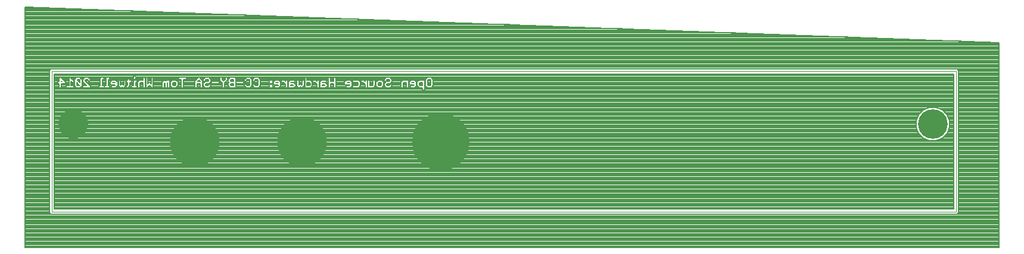
<source format=gbl>
G75*
%MOIN*%
%OFA0B0*%
%FSLAX24Y24*%
%IPPOS*%
%LPD*%
%AMOC8*
5,1,8,0,0,1.08239X$1,22.5*
%
%ADD10C,0.0000*%
%ADD11C,0.1660*%
%ADD12C,0.3195*%
%ADD13C,0.2762*%
%ADD14C,0.0079*%
D10*
X001639Y002139D02*
X001639Y010013D01*
X052230Y010013D01*
X052230Y002139D01*
X001639Y002139D01*
D11*
X002820Y007061D03*
X050931Y007061D03*
D12*
X023389Y006076D03*
D13*
X015649Y006076D03*
X009649Y006076D03*
D14*
X000139Y000139D02*
X000139Y013639D01*
X054639Y011639D01*
X054639Y000139D01*
X000139Y000139D01*
X000139Y000208D02*
X054639Y000208D01*
X054639Y000286D02*
X000139Y000286D01*
X000139Y000363D02*
X054639Y000363D01*
X054639Y000440D02*
X000139Y000440D01*
X000139Y000517D02*
X054639Y000517D01*
X054639Y000595D02*
X000139Y000595D01*
X000139Y000672D02*
X054639Y000672D01*
X054639Y000749D02*
X000139Y000749D01*
X000139Y000826D02*
X054639Y000826D01*
X054639Y000904D02*
X000139Y000904D01*
X000139Y000981D02*
X054639Y000981D01*
X054639Y001058D02*
X000139Y001058D01*
X000139Y001135D02*
X054639Y001135D01*
X054639Y001212D02*
X000139Y001212D01*
X000139Y001290D02*
X054639Y001290D01*
X054639Y001367D02*
X000139Y001367D01*
X000139Y001444D02*
X054639Y001444D01*
X054639Y001521D02*
X000139Y001521D01*
X000139Y001599D02*
X054639Y001599D01*
X054639Y001676D02*
X000139Y001676D01*
X000139Y001753D02*
X054639Y001753D01*
X054639Y001830D02*
X000139Y001830D01*
X000139Y001908D02*
X054639Y001908D01*
X054639Y001985D02*
X000139Y001985D01*
X000139Y002062D02*
X001520Y002062D01*
X001500Y002082D02*
X001582Y002000D01*
X001697Y002000D01*
X052172Y002000D01*
X052288Y002000D01*
X052369Y002082D01*
X052369Y010071D01*
X052288Y010153D01*
X001582Y010153D01*
X001500Y010071D01*
X001500Y002082D01*
X001500Y002139D02*
X000139Y002139D01*
X000139Y002217D02*
X001500Y002217D01*
X001500Y002294D02*
X000139Y002294D01*
X000139Y002371D02*
X001500Y002371D01*
X001500Y002448D02*
X000139Y002448D01*
X000139Y002526D02*
X001500Y002526D01*
X001500Y002603D02*
X000139Y002603D01*
X000139Y002680D02*
X001500Y002680D01*
X001500Y002757D02*
X000139Y002757D01*
X000139Y002835D02*
X001500Y002835D01*
X001500Y002912D02*
X000139Y002912D01*
X000139Y002989D02*
X001500Y002989D01*
X001500Y003066D02*
X000139Y003066D01*
X000139Y003143D02*
X001500Y003143D01*
X001500Y003221D02*
X000139Y003221D01*
X000139Y003298D02*
X001500Y003298D01*
X001500Y003375D02*
X000139Y003375D01*
X000139Y003452D02*
X001500Y003452D01*
X001500Y003530D02*
X000139Y003530D01*
X000139Y003607D02*
X001500Y003607D01*
X001500Y003684D02*
X000139Y003684D01*
X000139Y003761D02*
X001500Y003761D01*
X001500Y003839D02*
X000139Y003839D01*
X000139Y003916D02*
X001500Y003916D01*
X001500Y003993D02*
X000139Y003993D01*
X000139Y004070D02*
X001500Y004070D01*
X001500Y004148D02*
X000139Y004148D01*
X000139Y004225D02*
X001500Y004225D01*
X001500Y004302D02*
X000139Y004302D01*
X000139Y004379D02*
X001500Y004379D01*
X001500Y004457D02*
X000139Y004457D01*
X000139Y004534D02*
X001500Y004534D01*
X001500Y004611D02*
X000139Y004611D01*
X000139Y004688D02*
X001500Y004688D01*
X001500Y004766D02*
X000139Y004766D01*
X000139Y004843D02*
X001500Y004843D01*
X001500Y004920D02*
X000139Y004920D01*
X000139Y004997D02*
X001500Y004997D01*
X001500Y005075D02*
X000139Y005075D01*
X000139Y005152D02*
X001500Y005152D01*
X001500Y005229D02*
X000139Y005229D01*
X000139Y005306D02*
X001500Y005306D01*
X001500Y005383D02*
X000139Y005383D01*
X000139Y005461D02*
X001500Y005461D01*
X001500Y005538D02*
X000139Y005538D01*
X000139Y005615D02*
X001500Y005615D01*
X001500Y005692D02*
X000139Y005692D01*
X000139Y005770D02*
X001500Y005770D01*
X001500Y005847D02*
X000139Y005847D01*
X000139Y005924D02*
X001500Y005924D01*
X001500Y006001D02*
X000139Y006001D01*
X000139Y006079D02*
X001500Y006079D01*
X001500Y006156D02*
X000139Y006156D01*
X000139Y006233D02*
X001500Y006233D01*
X001500Y006310D02*
X000139Y006310D01*
X000139Y006388D02*
X001500Y006388D01*
X001500Y006465D02*
X000139Y006465D01*
X000139Y006542D02*
X001500Y006542D01*
X001500Y006619D02*
X000139Y006619D01*
X000139Y006697D02*
X001500Y006697D01*
X001500Y006774D02*
X000139Y006774D01*
X000139Y006851D02*
X001500Y006851D01*
X001500Y006928D02*
X000139Y006928D01*
X000139Y007006D02*
X001500Y007006D01*
X001500Y007083D02*
X000139Y007083D01*
X000139Y007160D02*
X001500Y007160D01*
X001500Y007237D02*
X000139Y007237D01*
X000139Y007314D02*
X001500Y007314D01*
X001500Y007392D02*
X000139Y007392D01*
X000139Y007469D02*
X001500Y007469D01*
X001500Y007546D02*
X000139Y007546D01*
X000139Y007623D02*
X001500Y007623D01*
X001500Y007701D02*
X000139Y007701D01*
X000139Y007778D02*
X001500Y007778D01*
X001500Y007855D02*
X000139Y007855D01*
X000139Y007932D02*
X001500Y007932D01*
X001500Y008010D02*
X000139Y008010D01*
X000139Y008087D02*
X001500Y008087D01*
X001500Y008164D02*
X000139Y008164D01*
X000139Y008241D02*
X001500Y008241D01*
X001500Y008319D02*
X000139Y008319D01*
X000139Y008396D02*
X001500Y008396D01*
X001500Y008473D02*
X000139Y008473D01*
X000139Y008550D02*
X001500Y008550D01*
X001500Y008628D02*
X000139Y008628D01*
X000139Y008705D02*
X001500Y008705D01*
X001500Y008782D02*
X000139Y008782D01*
X000139Y008859D02*
X001500Y008859D01*
X001500Y008937D02*
X000139Y008937D01*
X000139Y009014D02*
X001500Y009014D01*
X001500Y009091D02*
X000139Y009091D01*
X000139Y009168D02*
X001500Y009168D01*
X001500Y009245D02*
X000139Y009245D01*
X000139Y009323D02*
X001500Y009323D01*
X001500Y009400D02*
X000139Y009400D01*
X000139Y009477D02*
X001500Y009477D01*
X001500Y009554D02*
X000139Y009554D01*
X000139Y009632D02*
X001500Y009632D01*
X001500Y009709D02*
X000139Y009709D01*
X000139Y009786D02*
X001500Y009786D01*
X001500Y009863D02*
X000139Y009863D01*
X000139Y009941D02*
X001500Y009941D01*
X001500Y010018D02*
X000139Y010018D01*
X000139Y010095D02*
X001524Y010095D01*
X001779Y009874D02*
X052091Y009874D01*
X052091Y002279D01*
X001779Y002279D01*
X001779Y009874D01*
X001779Y009863D02*
X052091Y009863D01*
X052091Y009786D02*
X001779Y009786D01*
X001779Y009709D02*
X006191Y009709D01*
X006191Y009716D02*
X006191Y009588D01*
X006229Y009550D01*
X006282Y009550D01*
X006320Y009588D01*
X006320Y009716D01*
X006282Y009754D01*
X006229Y009754D01*
X006191Y009716D01*
X006191Y009632D02*
X004860Y009632D01*
X004860Y009641D02*
X004822Y009679D01*
X004694Y009679D01*
X004656Y009641D01*
X004656Y009229D01*
X004619Y009229D01*
X004581Y009191D01*
X004581Y009138D01*
X004619Y009100D01*
X004822Y009100D01*
X004860Y009138D01*
X004860Y009191D01*
X004822Y009229D01*
X004785Y009229D01*
X004785Y009550D01*
X004822Y009550D01*
X004860Y009588D01*
X004860Y009641D01*
X004826Y009554D02*
X005884Y009554D01*
X005884Y009566D02*
X005884Y009529D01*
X005847Y009529D01*
X005809Y009491D01*
X005809Y009438D01*
X005847Y009400D01*
X005884Y009400D01*
X005781Y009400D01*
X005781Y009477D02*
X005809Y009477D01*
X005781Y009491D02*
X005781Y009266D01*
X005781Y009213D01*
X005706Y009138D01*
X005668Y009100D01*
X005615Y009100D01*
X005566Y009148D01*
X005556Y009138D01*
X005518Y009100D01*
X005465Y009100D01*
X005389Y009175D01*
X005352Y009213D01*
X005352Y009491D01*
X005389Y009529D01*
X005443Y009529D01*
X005480Y009491D01*
X005480Y009266D01*
X005491Y009255D01*
X005540Y009304D01*
X005593Y009304D01*
X005631Y009266D01*
X005641Y009255D01*
X005652Y009266D01*
X005652Y009491D01*
X005690Y009529D01*
X005743Y009529D01*
X005781Y009491D01*
X005884Y009566D02*
X005922Y009604D01*
X005975Y009604D01*
X006013Y009566D01*
X006013Y009529D01*
X006050Y009529D01*
X006088Y009491D01*
X006088Y009438D01*
X006050Y009400D01*
X006013Y009400D01*
X006191Y009400D01*
X006191Y009477D02*
X006088Y009477D01*
X006191Y009491D02*
X006191Y009229D01*
X006153Y009229D01*
X006116Y009191D01*
X006116Y009138D01*
X006153Y009100D01*
X006357Y009100D01*
X006395Y009138D01*
X006395Y009191D01*
X006357Y009229D01*
X006320Y009229D01*
X006320Y009400D01*
X006426Y009400D01*
X006426Y009416D02*
X006426Y009138D01*
X006464Y009100D01*
X006517Y009100D01*
X006555Y009138D01*
X006555Y009363D01*
X006592Y009400D01*
X006689Y009400D01*
X006726Y009363D01*
X006726Y009138D01*
X006764Y009100D01*
X006817Y009100D01*
X006855Y009138D01*
X006855Y009641D01*
X006817Y009679D01*
X006764Y009679D01*
X006726Y009641D01*
X006726Y009529D01*
X006539Y009529D01*
X006464Y009454D01*
X006426Y009416D01*
X006395Y009438D02*
X006395Y009491D01*
X006357Y009529D01*
X006229Y009529D01*
X006191Y009491D01*
X006224Y009554D02*
X006013Y009554D01*
X006013Y009400D02*
X006013Y009213D01*
X005900Y009100D01*
X005847Y009100D01*
X005809Y009138D01*
X005809Y009191D01*
X005884Y009266D01*
X005884Y009400D01*
X005884Y009323D02*
X005781Y009323D01*
X005781Y009245D02*
X005863Y009245D01*
X005809Y009168D02*
X005736Y009168D01*
X005652Y009323D02*
X005480Y009323D01*
X005480Y009400D02*
X005652Y009400D01*
X005652Y009477D02*
X005480Y009477D01*
X005352Y009477D02*
X005259Y009477D01*
X005245Y009491D02*
X005208Y009529D01*
X005004Y009529D01*
X004929Y009454D01*
X004891Y009416D01*
X004891Y009288D01*
X004929Y009250D01*
X005176Y009250D01*
X005154Y009229D01*
X005004Y009229D01*
X004966Y009191D01*
X004966Y009138D01*
X005004Y009100D01*
X005208Y009100D01*
X005283Y009175D01*
X005320Y009213D01*
X005320Y009416D01*
X005245Y009491D01*
X005320Y009400D02*
X005352Y009400D01*
X005352Y009323D02*
X005320Y009323D01*
X005320Y009245D02*
X005352Y009245D01*
X005396Y009168D02*
X005276Y009168D01*
X005171Y009245D02*
X004785Y009245D01*
X004785Y009323D02*
X004891Y009323D01*
X004891Y009400D02*
X004785Y009400D01*
X004785Y009477D02*
X004952Y009477D01*
X005036Y009379D02*
X005057Y009400D01*
X005155Y009400D01*
X005154Y009400D02*
X005176Y009379D01*
X005036Y009379D01*
X005057Y009400D02*
X005154Y009400D01*
X004656Y009400D02*
X004478Y009400D01*
X004478Y009477D02*
X004656Y009477D01*
X004656Y009554D02*
X004519Y009554D01*
X004515Y009550D02*
X004478Y009550D01*
X004478Y009229D01*
X004515Y009229D01*
X004553Y009191D01*
X004553Y009138D01*
X004515Y009100D01*
X004312Y009100D01*
X004274Y009138D01*
X004274Y009191D01*
X004312Y009229D01*
X004349Y009229D01*
X004349Y009641D01*
X004387Y009679D01*
X004515Y009679D01*
X004553Y009641D01*
X004553Y009588D01*
X004515Y009550D01*
X004553Y009632D02*
X004656Y009632D01*
X004349Y009632D02*
X003720Y009632D01*
X003673Y009679D02*
X003786Y009566D01*
X003786Y009513D01*
X003748Y009475D01*
X003695Y009475D01*
X003620Y009550D01*
X003523Y009550D01*
X003485Y009513D01*
X003485Y009491D01*
X003786Y009191D01*
X003786Y009138D01*
X003748Y009100D01*
X003394Y009100D01*
X003357Y009138D01*
X003357Y009191D01*
X003394Y009229D01*
X003566Y009229D01*
X003394Y009400D01*
X003357Y009438D01*
X003357Y009566D01*
X003432Y009641D01*
X003469Y009679D01*
X003673Y009679D01*
X003786Y009554D02*
X004349Y009554D01*
X004349Y009477D02*
X003750Y009477D01*
X003693Y009477D02*
X003500Y009477D01*
X003577Y009400D02*
X004349Y009400D01*
X004349Y009323D02*
X003654Y009323D01*
X003731Y009245D02*
X004349Y009245D01*
X004274Y009168D02*
X003786Y009168D01*
X003549Y009245D02*
X003325Y009245D01*
X003325Y009266D02*
X003325Y009513D01*
X003325Y009566D01*
X003250Y009641D01*
X003213Y009679D01*
X003009Y009679D01*
X002934Y009604D01*
X002896Y009566D01*
X002896Y009213D01*
X002971Y009138D01*
X003009Y009100D01*
X003213Y009100D01*
X003288Y009175D01*
X003325Y009213D01*
X003325Y009266D01*
X003325Y009323D02*
X003472Y009323D01*
X003395Y009400D02*
X003325Y009400D01*
X003325Y009477D02*
X003357Y009477D01*
X003357Y009554D02*
X003325Y009554D01*
X003260Y009632D02*
X003422Y009632D01*
X003197Y009513D02*
X003197Y009395D01*
X003052Y009540D01*
X003062Y009550D01*
X003159Y009550D01*
X003197Y009513D01*
X003197Y009477D02*
X003114Y009477D01*
X003191Y009400D02*
X003197Y009400D01*
X003087Y009323D02*
X003025Y009323D01*
X003025Y009266D02*
X003062Y009229D01*
X003159Y009229D01*
X003170Y009239D01*
X003025Y009384D01*
X003025Y009266D01*
X003046Y009245D02*
X003164Y009245D01*
X003281Y009168D02*
X003357Y009168D01*
X002941Y009168D02*
X002865Y009168D01*
X002865Y009191D02*
X002827Y009229D01*
X002715Y009229D01*
X002715Y009459D01*
X002774Y009400D01*
X002827Y009400D01*
X002865Y009438D01*
X002865Y009491D01*
X002715Y009641D01*
X002677Y009679D01*
X002624Y009679D01*
X002586Y009641D01*
X002586Y009229D01*
X002474Y009229D01*
X002436Y009191D01*
X002436Y009138D01*
X002474Y009100D01*
X002827Y009100D01*
X002865Y009138D01*
X002865Y009191D01*
X002896Y009245D02*
X002715Y009245D01*
X002715Y009323D02*
X002896Y009323D01*
X002896Y009400D02*
X002715Y009400D01*
X002586Y009400D02*
X002405Y009400D01*
X002405Y009416D02*
X002367Y009454D01*
X002142Y009679D01*
X002088Y009679D01*
X002051Y009641D01*
X002051Y009454D01*
X002013Y009454D01*
X001976Y009416D01*
X001976Y009363D01*
X002013Y009325D01*
X002051Y009325D01*
X002051Y009138D01*
X002088Y009100D01*
X002142Y009100D01*
X002179Y009138D01*
X002179Y009325D01*
X002367Y009325D01*
X002405Y009363D01*
X002405Y009416D01*
X002344Y009477D02*
X002586Y009477D01*
X002586Y009554D02*
X002266Y009554D01*
X002189Y009632D02*
X002586Y009632D01*
X002725Y009632D02*
X002962Y009632D01*
X002896Y009554D02*
X002802Y009554D01*
X002865Y009477D02*
X002896Y009477D01*
X002586Y009323D02*
X002179Y009323D01*
X002179Y009245D02*
X002586Y009245D01*
X002436Y009168D02*
X002179Y009168D01*
X002051Y009168D02*
X001779Y009168D01*
X001779Y009091D02*
X022380Y009091D01*
X022380Y009100D02*
X022380Y008988D01*
X022417Y008950D01*
X022471Y008950D01*
X022508Y008988D01*
X022508Y009491D01*
X022471Y009529D01*
X022192Y009529D01*
X022117Y009454D01*
X022079Y009416D01*
X022079Y009213D01*
X022154Y009138D01*
X022192Y009100D01*
X022380Y009100D01*
X022380Y009014D02*
X001779Y009014D01*
X001779Y008937D02*
X052091Y008937D01*
X052091Y009014D02*
X022508Y009014D01*
X022508Y009091D02*
X052091Y009091D01*
X052091Y009168D02*
X022924Y009168D01*
X022894Y009138D02*
X022969Y009213D01*
X022969Y009566D01*
X022931Y009604D01*
X022856Y009679D01*
X022653Y009679D01*
X022540Y009566D01*
X022540Y009513D01*
X022540Y009213D01*
X022577Y009175D01*
X022653Y009100D01*
X022856Y009100D01*
X022894Y009138D01*
X022803Y009229D02*
X022706Y009229D01*
X022668Y009266D01*
X022668Y009513D01*
X022706Y009550D01*
X022803Y009550D01*
X022840Y009513D01*
X022840Y009266D01*
X022803Y009229D01*
X022819Y009245D02*
X022689Y009245D01*
X022668Y009323D02*
X022840Y009323D01*
X022840Y009400D02*
X022668Y009400D01*
X022668Y009477D02*
X022840Y009477D01*
X022969Y009477D02*
X052091Y009477D01*
X052091Y009400D02*
X022969Y009400D01*
X022969Y009323D02*
X052091Y009323D01*
X052091Y009245D02*
X022969Y009245D01*
X022584Y009168D02*
X022508Y009168D01*
X022508Y009245D02*
X022540Y009245D01*
X022540Y009323D02*
X022508Y009323D01*
X022508Y009400D02*
X022540Y009400D01*
X022540Y009477D02*
X022508Y009477D01*
X022540Y009554D02*
X020667Y009554D01*
X020667Y009566D02*
X020629Y009604D01*
X020554Y009679D01*
X020351Y009679D01*
X020313Y009641D01*
X020238Y009566D01*
X020238Y009513D01*
X020275Y009475D01*
X020329Y009475D01*
X020404Y009550D01*
X020501Y009550D01*
X020538Y009513D01*
X020538Y009491D01*
X020501Y009454D01*
X020351Y009454D01*
X020238Y009341D01*
X020238Y009213D01*
X020313Y009138D01*
X020313Y009138D01*
X020351Y009100D01*
X020554Y009100D01*
X020667Y009213D01*
X020667Y009266D01*
X020629Y009304D01*
X020576Y009304D01*
X020501Y009229D01*
X020404Y009229D01*
X020367Y009266D01*
X020367Y009288D01*
X020404Y009325D01*
X020554Y009325D01*
X020592Y009363D01*
X020667Y009438D01*
X020667Y009566D01*
X020667Y009477D02*
X021220Y009477D01*
X021196Y009454D02*
X021159Y009416D01*
X021159Y009138D01*
X021196Y009100D01*
X021250Y009100D01*
X021287Y009138D01*
X021287Y009363D01*
X021325Y009400D01*
X021459Y009400D01*
X021324Y009400D01*
X021287Y009323D02*
X021459Y009323D01*
X021459Y009400D02*
X021459Y009138D01*
X021497Y009100D01*
X021550Y009100D01*
X021588Y009138D01*
X021588Y009491D01*
X021550Y009529D01*
X021271Y009529D01*
X021196Y009454D01*
X021159Y009400D02*
X020629Y009400D01*
X020524Y009477D02*
X020331Y009477D01*
X020274Y009477D02*
X020145Y009477D01*
X020169Y009454D02*
X020094Y009529D01*
X019890Y009529D01*
X019852Y009491D01*
X019777Y009416D01*
X019777Y009213D01*
X019815Y009175D01*
X019890Y009100D01*
X020094Y009100D01*
X020206Y009213D01*
X020206Y009266D01*
X020206Y009416D01*
X020169Y009454D01*
X020206Y009400D02*
X020297Y009400D01*
X020238Y009323D02*
X020206Y009323D01*
X020206Y009245D02*
X020238Y009245D01*
X020282Y009168D02*
X020162Y009168D01*
X020078Y009266D02*
X020040Y009229D01*
X019943Y009229D01*
X019906Y009266D01*
X019906Y009363D01*
X019943Y009400D01*
X020041Y009400D01*
X020040Y009400D02*
X020078Y009363D01*
X020078Y009266D01*
X020057Y009245D02*
X019927Y009245D01*
X019906Y009323D02*
X020078Y009323D01*
X020040Y009400D02*
X019943Y009400D01*
X019838Y009477D02*
X019746Y009477D01*
X019746Y009491D02*
X019746Y009266D01*
X019746Y009213D01*
X019671Y009138D01*
X019633Y009100D01*
X019355Y009100D01*
X019317Y009138D01*
X019317Y009491D01*
X019355Y009529D01*
X019408Y009529D01*
X019446Y009491D01*
X019446Y009229D01*
X019580Y009229D01*
X019617Y009266D01*
X019617Y009491D01*
X019655Y009529D01*
X019708Y009529D01*
X019746Y009491D01*
X019746Y009400D02*
X019777Y009400D01*
X019777Y009323D02*
X019746Y009323D01*
X019746Y009245D02*
X019777Y009245D01*
X019822Y009168D02*
X019701Y009168D01*
X019597Y009245D02*
X019446Y009245D01*
X019446Y009323D02*
X019617Y009323D01*
X019617Y009400D02*
X019446Y009400D01*
X019446Y009477D02*
X019617Y009477D01*
X019317Y009477D02*
X019286Y009477D01*
X019286Y009491D02*
X019248Y009529D01*
X019195Y009529D01*
X019157Y009491D01*
X019157Y009470D01*
X019135Y009491D01*
X019098Y009529D01*
X018969Y009529D01*
X018932Y009491D01*
X018932Y009438D01*
X018969Y009400D01*
X019044Y009400D01*
X019157Y009288D01*
X019157Y009138D01*
X019195Y009100D01*
X019248Y009100D01*
X019286Y009138D01*
X019286Y009491D01*
X019286Y009400D02*
X019317Y009400D01*
X019317Y009323D02*
X019286Y009323D01*
X019286Y009245D02*
X019317Y009245D01*
X019317Y009168D02*
X019286Y009168D01*
X019157Y009168D02*
X018857Y009168D01*
X018827Y009138D02*
X018902Y009213D01*
X018902Y009416D01*
X018864Y009454D01*
X018789Y009529D01*
X018736Y009529D01*
X018511Y009529D01*
X018473Y009491D01*
X018473Y009438D01*
X018511Y009400D01*
X018736Y009400D01*
X018442Y009400D01*
X018442Y009416D02*
X018366Y009491D01*
X018329Y009529D01*
X018125Y009529D01*
X018050Y009454D01*
X018013Y009416D01*
X018013Y009288D01*
X018050Y009250D01*
X018297Y009250D01*
X018275Y009229D01*
X018125Y009229D01*
X018088Y009191D01*
X018088Y009138D01*
X018125Y009100D01*
X018329Y009100D01*
X018404Y009175D01*
X018442Y009213D01*
X018442Y009416D01*
X018473Y009477D02*
X018381Y009477D01*
X018297Y009379D02*
X018157Y009379D01*
X018179Y009400D01*
X018275Y009400D01*
X018297Y009379D01*
X018276Y009400D02*
X018178Y009400D01*
X018074Y009477D02*
X017521Y009477D01*
X017521Y009400D02*
X018013Y009400D01*
X018013Y009323D02*
X017521Y009323D01*
X017521Y009245D02*
X018292Y009245D01*
X018397Y009168D02*
X018473Y009168D01*
X018473Y009191D02*
X018473Y009138D01*
X018511Y009100D01*
X018789Y009100D01*
X018827Y009138D01*
X018736Y009229D02*
X018511Y009229D01*
X018473Y009191D01*
X018442Y009245D02*
X018753Y009245D01*
X018736Y009229D02*
X018773Y009266D01*
X018773Y009363D01*
X018736Y009400D01*
X018773Y009323D02*
X018442Y009323D01*
X018088Y009168D02*
X017521Y009168D01*
X017521Y009138D02*
X017521Y009641D01*
X017483Y009679D01*
X017430Y009679D01*
X017392Y009641D01*
X017392Y009454D01*
X017221Y009454D01*
X017221Y009641D01*
X017183Y009679D01*
X017129Y009679D01*
X017092Y009641D01*
X017092Y009138D01*
X017129Y009100D01*
X017183Y009100D01*
X017221Y009138D01*
X017221Y009325D01*
X017392Y009325D01*
X017392Y009138D01*
X017430Y009100D01*
X017483Y009100D01*
X017521Y009138D01*
X017392Y009168D02*
X017221Y009168D01*
X017221Y009245D02*
X017392Y009245D01*
X017392Y009323D02*
X017221Y009323D01*
X017092Y009323D02*
X017004Y009323D01*
X016985Y009341D02*
X016948Y009379D01*
X016776Y009379D01*
X016797Y009400D01*
X017092Y009400D01*
X017092Y009477D02*
X016985Y009477D01*
X016985Y009491D02*
X016948Y009529D01*
X016744Y009529D01*
X016706Y009491D01*
X016669Y009454D01*
X016631Y009416D01*
X016631Y009138D01*
X016669Y009100D01*
X016948Y009100D01*
X017023Y009175D01*
X017060Y009213D01*
X017060Y009266D01*
X016985Y009341D01*
X016948Y009400D02*
X016797Y009400D01*
X016706Y009491D02*
X016706Y009491D01*
X016692Y009477D02*
X016600Y009477D01*
X016600Y009491D02*
X016562Y009529D01*
X016509Y009529D01*
X016471Y009491D01*
X016471Y009470D01*
X016450Y009491D01*
X016412Y009529D01*
X016284Y009529D01*
X016246Y009491D01*
X016246Y009438D01*
X016284Y009400D01*
X016359Y009400D01*
X016216Y009400D01*
X016216Y009416D02*
X016141Y009491D01*
X016104Y009529D01*
X015916Y009529D01*
X015916Y009641D01*
X015878Y009679D01*
X015825Y009679D01*
X015787Y009641D01*
X015787Y009138D01*
X015825Y009100D01*
X016104Y009100D01*
X016179Y009175D01*
X016216Y009213D01*
X016216Y009416D01*
X016246Y009477D02*
X016155Y009477D01*
X016051Y009400D02*
X015916Y009400D01*
X016050Y009400D01*
X016088Y009363D01*
X016088Y009266D01*
X016050Y009229D01*
X015916Y009229D01*
X015916Y009400D01*
X015916Y009323D02*
X016088Y009323D01*
X016067Y009245D02*
X015916Y009245D01*
X015787Y009245D02*
X015756Y009245D01*
X015756Y009266D02*
X015756Y009491D01*
X015718Y009529D01*
X015665Y009529D01*
X015627Y009491D01*
X015627Y009266D01*
X015616Y009255D01*
X015606Y009266D01*
X015568Y009304D01*
X015515Y009304D01*
X015466Y009255D01*
X015456Y009266D01*
X015456Y009491D01*
X015418Y009529D01*
X015365Y009529D01*
X015327Y009491D01*
X015327Y009213D01*
X015365Y009175D01*
X015440Y009100D01*
X015493Y009100D01*
X015531Y009138D01*
X015541Y009148D01*
X015590Y009100D01*
X015643Y009100D01*
X015681Y009138D01*
X015756Y009213D01*
X015756Y009266D01*
X015756Y009323D02*
X015787Y009323D01*
X015787Y009400D02*
X015756Y009400D01*
X015756Y009477D02*
X015787Y009477D01*
X015787Y009554D02*
X013300Y009554D01*
X013300Y009566D02*
X013263Y009604D01*
X013188Y009679D01*
X012984Y009679D01*
X012947Y009641D01*
X012872Y009566D01*
X012872Y009513D01*
X012909Y009475D01*
X012963Y009475D01*
X013038Y009550D01*
X013134Y009550D01*
X013172Y009513D01*
X013172Y009266D01*
X013134Y009229D01*
X013038Y009229D01*
X012963Y009304D01*
X012909Y009304D01*
X012872Y009266D01*
X012872Y009213D01*
X012984Y009100D01*
X013188Y009100D01*
X013225Y009138D01*
X013300Y009213D01*
X013300Y009566D01*
X013300Y009477D02*
X013787Y009477D01*
X013787Y009491D02*
X013787Y009363D01*
X013825Y009325D01*
X013953Y009325D01*
X013991Y009363D01*
X013991Y009491D01*
X013953Y009529D01*
X013900Y009529D01*
X013878Y009529D01*
X013825Y009529D01*
X013787Y009491D01*
X013787Y009400D02*
X013300Y009400D01*
X013300Y009323D02*
X014022Y009323D01*
X014022Y009288D02*
X014060Y009250D01*
X014307Y009250D01*
X014285Y009229D01*
X014135Y009229D01*
X014098Y009191D01*
X014098Y009138D01*
X014135Y009100D01*
X014339Y009100D01*
X014414Y009175D01*
X014451Y009213D01*
X014451Y009416D01*
X014376Y009491D01*
X014339Y009529D01*
X014135Y009529D01*
X014098Y009491D01*
X014060Y009454D01*
X014022Y009416D01*
X014022Y009288D01*
X013991Y009266D02*
X013953Y009304D01*
X013900Y009304D01*
X013878Y009304D01*
X013825Y009304D01*
X013787Y009266D01*
X013787Y009138D01*
X013825Y009100D01*
X013953Y009100D01*
X013991Y009138D01*
X013991Y009266D01*
X013991Y009245D02*
X014302Y009245D01*
X014407Y009168D02*
X014706Y009168D01*
X014706Y009138D02*
X014744Y009100D01*
X014797Y009100D01*
X014835Y009138D01*
X014835Y009491D01*
X014797Y009529D01*
X014744Y009529D01*
X014706Y009491D01*
X014706Y009470D01*
X014685Y009491D01*
X014647Y009529D01*
X014519Y009529D01*
X014481Y009491D01*
X014481Y009438D01*
X014519Y009400D01*
X014594Y009400D01*
X014706Y009288D01*
X014706Y009138D01*
X014706Y009245D02*
X014451Y009245D01*
X014451Y009323D02*
X014672Y009323D01*
X014594Y009400D02*
X014451Y009400D01*
X014481Y009477D02*
X014390Y009477D01*
X014307Y009379D02*
X014167Y009379D01*
X014189Y009400D01*
X014285Y009400D01*
X014307Y009379D01*
X014286Y009400D02*
X014188Y009400D01*
X014098Y009491D02*
X014098Y009491D01*
X014083Y009477D02*
X013991Y009477D01*
X014060Y009454D02*
X014060Y009454D01*
X014022Y009400D02*
X013991Y009400D01*
X013787Y009245D02*
X013300Y009245D01*
X013256Y009168D02*
X013787Y009168D01*
X013991Y009168D02*
X014098Y009168D01*
X013172Y009323D02*
X012840Y009323D01*
X012840Y009400D02*
X013172Y009400D01*
X013172Y009477D02*
X012964Y009477D01*
X012907Y009477D02*
X012840Y009477D01*
X012840Y009554D02*
X012872Y009554D01*
X012840Y009566D02*
X012802Y009604D01*
X012727Y009679D01*
X012524Y009679D01*
X012486Y009641D01*
X012411Y009566D01*
X012411Y009513D01*
X012449Y009475D01*
X012502Y009475D01*
X012577Y009550D01*
X012674Y009550D01*
X012711Y009513D01*
X012711Y009266D01*
X012674Y009229D01*
X012577Y009229D01*
X012502Y009304D01*
X012449Y009304D01*
X012411Y009266D01*
X012411Y009213D01*
X012524Y009100D01*
X012727Y009100D01*
X012765Y009138D01*
X012840Y009213D01*
X012840Y009566D01*
X012775Y009632D02*
X012937Y009632D01*
X012711Y009477D02*
X012504Y009477D01*
X012447Y009477D02*
X011919Y009477D01*
X011919Y009416D02*
X011919Y009588D01*
X011919Y009641D01*
X011882Y009679D01*
X011603Y009679D01*
X011528Y009604D01*
X011490Y009566D01*
X011490Y009438D01*
X011539Y009390D01*
X011528Y009379D01*
X011490Y009341D01*
X011490Y009213D01*
X011565Y009138D01*
X011603Y009100D01*
X011882Y009100D01*
X011919Y009138D01*
X011919Y009416D01*
X011919Y009400D02*
X011951Y009400D01*
X011951Y009416D02*
X011951Y009363D01*
X011988Y009325D01*
X012342Y009325D01*
X012380Y009363D01*
X012380Y009416D01*
X012342Y009454D01*
X011988Y009454D01*
X011951Y009416D01*
X011919Y009323D02*
X012711Y009323D01*
X012711Y009400D02*
X012380Y009400D01*
X012411Y009554D02*
X011919Y009554D01*
X011919Y009632D02*
X012476Y009632D01*
X011791Y009550D02*
X011791Y009454D01*
X011656Y009454D01*
X011619Y009491D01*
X011619Y009513D01*
X011656Y009550D01*
X011791Y009550D01*
X011791Y009477D02*
X011633Y009477D01*
X011528Y009400D02*
X011346Y009400D01*
X011309Y009363D02*
X011459Y009513D01*
X011459Y009566D01*
X011459Y009641D01*
X011421Y009679D01*
X011368Y009679D01*
X011330Y009641D01*
X011330Y009566D01*
X011244Y009481D01*
X011159Y009566D01*
X011159Y009641D01*
X011121Y009679D01*
X011068Y009679D01*
X011030Y009641D01*
X011030Y009513D01*
X011068Y009475D01*
X011180Y009363D01*
X011180Y009138D01*
X011218Y009100D01*
X011271Y009100D01*
X011309Y009138D01*
X011309Y009363D01*
X011309Y009323D02*
X011490Y009323D01*
X011490Y009245D02*
X011309Y009245D01*
X011309Y009168D02*
X011535Y009168D01*
X011619Y009266D02*
X011656Y009229D01*
X011791Y009229D01*
X011791Y009325D01*
X011656Y009325D01*
X011619Y009288D01*
X011619Y009266D01*
X011640Y009245D02*
X011791Y009245D01*
X011791Y009323D02*
X011654Y009323D01*
X011490Y009477D02*
X011423Y009477D01*
X011459Y009554D02*
X011490Y009554D01*
X011459Y009632D02*
X011556Y009632D01*
X011330Y009632D02*
X011159Y009632D01*
X011171Y009554D02*
X011318Y009554D01*
X011143Y009400D02*
X010999Y009400D01*
X010999Y009416D02*
X010961Y009454D01*
X010607Y009454D01*
X010570Y009416D01*
X010570Y009363D01*
X010607Y009325D01*
X010961Y009325D01*
X010999Y009363D01*
X010999Y009416D01*
X011066Y009477D02*
X010538Y009477D01*
X010538Y009438D02*
X010538Y009566D01*
X010500Y009604D01*
X010425Y009679D01*
X010222Y009679D01*
X010184Y009641D01*
X010109Y009566D01*
X010109Y009513D01*
X010147Y009475D01*
X010200Y009475D01*
X010275Y009550D01*
X010372Y009550D01*
X010409Y009513D01*
X010409Y009491D01*
X010372Y009454D01*
X010222Y009454D01*
X010147Y009379D01*
X010109Y009341D01*
X010109Y009213D01*
X010184Y009138D01*
X010222Y009100D01*
X010425Y009100D01*
X010538Y009213D01*
X010538Y009266D01*
X010500Y009304D01*
X010447Y009304D01*
X010372Y009229D01*
X010275Y009229D01*
X010238Y009266D01*
X010238Y009288D01*
X010275Y009325D01*
X010425Y009325D01*
X010463Y009363D01*
X010538Y009438D01*
X010570Y009400D02*
X010500Y009400D01*
X010395Y009477D02*
X010202Y009477D01*
X010145Y009477D02*
X010078Y009477D01*
X010078Y009491D02*
X009928Y009641D01*
X009890Y009679D01*
X009837Y009679D01*
X009686Y009529D01*
X009649Y009491D01*
X009649Y009138D01*
X009686Y009100D01*
X009740Y009100D01*
X009777Y009138D01*
X009777Y009325D01*
X009949Y009325D01*
X009949Y009138D01*
X009987Y009100D01*
X010040Y009100D01*
X010078Y009138D01*
X010078Y009491D01*
X010109Y009554D02*
X010015Y009554D01*
X009937Y009632D02*
X010174Y009632D01*
X010168Y009400D02*
X010078Y009400D01*
X010078Y009323D02*
X010109Y009323D01*
X010109Y009245D02*
X010078Y009245D01*
X010078Y009168D02*
X010154Y009168D01*
X010258Y009245D02*
X010389Y009245D01*
X010494Y009168D02*
X011180Y009168D01*
X011180Y009245D02*
X010538Y009245D01*
X010273Y009323D02*
X011180Y009323D01*
X011919Y009245D02*
X012411Y009245D01*
X012456Y009168D02*
X011919Y009168D01*
X012560Y009245D02*
X012691Y009245D01*
X012796Y009168D02*
X012916Y009168D01*
X012872Y009245D02*
X012840Y009245D01*
X013021Y009245D02*
X013151Y009245D01*
X013235Y009632D02*
X015787Y009632D01*
X015916Y009632D02*
X017092Y009632D01*
X017092Y009554D02*
X015916Y009554D01*
X015627Y009477D02*
X015456Y009477D01*
X015456Y009400D02*
X015627Y009400D01*
X015627Y009323D02*
X015456Y009323D01*
X015327Y009323D02*
X015239Y009323D01*
X015220Y009341D02*
X015183Y009379D01*
X015011Y009379D01*
X015033Y009400D01*
X015183Y009400D01*
X015220Y009438D01*
X015220Y009491D01*
X015183Y009529D01*
X014979Y009529D01*
X014904Y009454D01*
X014867Y009416D01*
X014867Y009138D01*
X014904Y009100D01*
X015183Y009100D01*
X015258Y009175D01*
X015296Y009213D01*
X015296Y009266D01*
X015220Y009341D01*
X015296Y009245D02*
X015327Y009245D01*
X015371Y009168D02*
X015251Y009168D01*
X015140Y009239D02*
X015129Y009229D01*
X014995Y009229D01*
X014995Y009250D01*
X015129Y009250D01*
X015140Y009239D01*
X015134Y009245D02*
X014995Y009245D01*
X014867Y009245D02*
X014835Y009245D01*
X014835Y009168D02*
X014867Y009168D01*
X014867Y009323D02*
X014835Y009323D01*
X014835Y009400D02*
X014867Y009400D01*
X014835Y009477D02*
X014928Y009477D01*
X015032Y009400D02*
X015327Y009400D01*
X015327Y009477D02*
X015220Y009477D01*
X014706Y009477D02*
X014699Y009477D01*
X015711Y009168D02*
X015787Y009168D01*
X016172Y009168D02*
X016471Y009168D01*
X016471Y009138D02*
X016509Y009100D01*
X016562Y009100D01*
X016600Y009138D01*
X016600Y009491D01*
X016669Y009454D02*
X016669Y009454D01*
X016631Y009400D02*
X016600Y009400D01*
X016600Y009323D02*
X016631Y009323D01*
X016631Y009245D02*
X016600Y009245D01*
X016600Y009168D02*
X016631Y009168D01*
X016760Y009229D02*
X016760Y009250D01*
X016894Y009250D01*
X016905Y009239D01*
X016894Y009229D01*
X016760Y009229D01*
X016760Y009245D02*
X016899Y009245D01*
X017016Y009168D02*
X017092Y009168D01*
X017092Y009245D02*
X017060Y009245D01*
X016948Y009400D02*
X016985Y009438D01*
X016985Y009491D01*
X017221Y009477D02*
X017392Y009477D01*
X017392Y009554D02*
X017221Y009554D01*
X017221Y009632D02*
X017392Y009632D01*
X017521Y009632D02*
X020303Y009632D01*
X020238Y009554D02*
X017521Y009554D01*
X016471Y009477D02*
X016464Y009477D01*
X016359Y009400D02*
X016471Y009288D01*
X016471Y009138D01*
X016471Y009245D02*
X016216Y009245D01*
X016216Y009323D02*
X016436Y009323D01*
X018841Y009477D02*
X018932Y009477D01*
X018902Y009400D02*
X019045Y009400D01*
X019122Y009323D02*
X018902Y009323D01*
X018902Y009245D02*
X019157Y009245D01*
X019150Y009477D02*
X019157Y009477D01*
X020387Y009245D02*
X020517Y009245D01*
X020622Y009168D02*
X021159Y009168D01*
X021159Y009245D02*
X020667Y009245D01*
X020401Y009323D02*
X021159Y009323D01*
X021287Y009245D02*
X021459Y009245D01*
X021459Y009168D02*
X021287Y009168D01*
X021588Y009168D02*
X021694Y009168D01*
X021694Y009191D02*
X021694Y009138D01*
X021732Y009100D01*
X021935Y009100D01*
X022010Y009175D01*
X022048Y009213D01*
X022048Y009416D01*
X021973Y009491D01*
X021935Y009529D01*
X021732Y009529D01*
X021657Y009454D01*
X021619Y009416D01*
X021619Y009288D01*
X021657Y009250D01*
X021903Y009250D01*
X021882Y009229D01*
X021732Y009229D01*
X021694Y009191D01*
X021588Y009245D02*
X021899Y009245D01*
X022003Y009168D02*
X022124Y009168D01*
X022079Y009245D02*
X022048Y009245D01*
X022048Y009323D02*
X022079Y009323D01*
X022079Y009400D02*
X022048Y009400D01*
X021987Y009477D02*
X022140Y009477D01*
X022245Y009400D02*
X022380Y009400D01*
X022380Y009229D01*
X022245Y009229D01*
X022208Y009266D01*
X022208Y009363D01*
X022245Y009400D01*
X022380Y009400D01*
X022380Y009323D02*
X022208Y009323D01*
X022229Y009245D02*
X022380Y009245D01*
X021903Y009379D02*
X021764Y009379D01*
X021785Y009400D01*
X021882Y009400D01*
X021903Y009379D01*
X021882Y009400D02*
X021785Y009400D01*
X021680Y009477D02*
X021588Y009477D01*
X021588Y009400D02*
X021619Y009400D01*
X021619Y009323D02*
X021588Y009323D01*
X020601Y009632D02*
X022605Y009632D01*
X022903Y009632D02*
X052091Y009632D01*
X052091Y009709D02*
X006320Y009709D01*
X006320Y009632D02*
X006726Y009632D01*
X006726Y009554D02*
X006286Y009554D01*
X006395Y009477D02*
X006487Y009477D01*
X006395Y009438D02*
X006357Y009400D01*
X006320Y009400D01*
X006320Y009323D02*
X006426Y009323D01*
X006426Y009245D02*
X006320Y009245D01*
X006395Y009168D02*
X006426Y009168D01*
X006555Y009168D02*
X006726Y009168D01*
X006726Y009245D02*
X006555Y009245D01*
X006555Y009323D02*
X006726Y009323D01*
X006689Y009400D02*
X006592Y009400D01*
X006855Y009400D02*
X006886Y009400D01*
X006886Y009477D02*
X006855Y009477D01*
X006855Y009554D02*
X006886Y009554D01*
X006886Y009632D02*
X006855Y009632D01*
X006886Y009641D02*
X006886Y009138D01*
X006924Y009100D01*
X006977Y009100D01*
X007015Y009138D01*
X007101Y009223D01*
X007224Y009100D01*
X007278Y009100D01*
X007315Y009138D01*
X007315Y009191D01*
X007315Y009641D01*
X007278Y009679D01*
X007224Y009679D01*
X007187Y009641D01*
X007187Y009320D01*
X007165Y009341D01*
X007128Y009379D01*
X007074Y009379D01*
X007015Y009320D01*
X007015Y009641D01*
X006977Y009679D01*
X006924Y009679D01*
X006886Y009641D01*
X007015Y009632D02*
X007187Y009632D01*
X007187Y009554D02*
X007015Y009554D01*
X007015Y009477D02*
X007187Y009477D01*
X007187Y009400D02*
X007015Y009400D01*
X007015Y009323D02*
X007018Y009323D01*
X006886Y009323D02*
X006855Y009323D01*
X006855Y009245D02*
X006886Y009245D01*
X006886Y009168D02*
X006855Y009168D01*
X007046Y009168D02*
X007156Y009168D01*
X007184Y009323D02*
X007187Y009323D01*
X007315Y009323D02*
X007807Y009323D01*
X007807Y009400D02*
X007315Y009400D01*
X007315Y009477D02*
X007868Y009477D01*
X007845Y009454D02*
X007845Y009454D01*
X007920Y009529D01*
X007973Y009529D01*
X008011Y009491D01*
X008011Y009491D01*
X008022Y009481D01*
X008070Y009529D01*
X008198Y009529D01*
X008236Y009491D01*
X008236Y009138D01*
X008198Y009100D01*
X008145Y009100D01*
X008107Y009138D01*
X008107Y009384D01*
X008086Y009363D01*
X008086Y009138D01*
X008048Y009100D01*
X007995Y009100D01*
X007957Y009138D01*
X007957Y009363D01*
X007947Y009374D01*
X007936Y009363D01*
X007936Y009138D01*
X007898Y009100D01*
X007845Y009100D01*
X007807Y009138D01*
X007807Y009416D01*
X007845Y009454D01*
X007936Y009323D02*
X007957Y009323D01*
X007957Y009245D02*
X007936Y009245D01*
X007936Y009168D02*
X007957Y009168D01*
X008086Y009168D02*
X008107Y009168D01*
X008107Y009245D02*
X008086Y009245D01*
X008086Y009323D02*
X008107Y009323D01*
X008236Y009323D02*
X008268Y009323D01*
X008268Y009400D02*
X008236Y009400D01*
X008268Y009416D02*
X008268Y009213D01*
X008305Y009175D01*
X008380Y009100D01*
X008584Y009100D01*
X008697Y009213D01*
X008697Y009266D01*
X008697Y009416D01*
X008659Y009454D01*
X008584Y009529D01*
X008380Y009529D01*
X008343Y009491D01*
X008268Y009416D01*
X008236Y009477D02*
X008329Y009477D01*
X008433Y009400D02*
X008531Y009400D01*
X008530Y009400D02*
X008568Y009363D01*
X008568Y009266D01*
X008530Y009229D01*
X008434Y009229D01*
X008396Y009266D01*
X008396Y009363D01*
X008434Y009400D01*
X008530Y009400D01*
X008568Y009323D02*
X008396Y009323D01*
X008417Y009245D02*
X008547Y009245D01*
X008652Y009168D02*
X008878Y009168D01*
X008878Y009138D02*
X008878Y009550D01*
X008766Y009550D01*
X008728Y009588D01*
X008728Y009641D01*
X008766Y009679D01*
X009119Y009679D01*
X009157Y009641D01*
X009157Y009588D01*
X009119Y009550D01*
X009007Y009550D01*
X009007Y009138D01*
X008969Y009100D01*
X008916Y009100D01*
X008878Y009138D01*
X008878Y009245D02*
X008697Y009245D01*
X008697Y009323D02*
X008878Y009323D01*
X008878Y009400D02*
X008697Y009400D01*
X008636Y009477D02*
X008878Y009477D01*
X009007Y009477D02*
X009649Y009477D01*
X009649Y009400D02*
X009007Y009400D01*
X009007Y009323D02*
X009649Y009323D01*
X009649Y009245D02*
X009007Y009245D01*
X009007Y009168D02*
X009649Y009168D01*
X009777Y009168D02*
X009949Y009168D01*
X009949Y009245D02*
X009777Y009245D01*
X009777Y009323D02*
X009949Y009323D01*
X009933Y009454D02*
X009793Y009454D01*
X009863Y009524D01*
X009933Y009454D01*
X009910Y009477D02*
X009817Y009477D01*
X009712Y009554D02*
X009123Y009554D01*
X009157Y009632D02*
X009789Y009632D01*
X010473Y009632D02*
X011030Y009632D01*
X011030Y009554D02*
X010538Y009554D01*
X008762Y009554D02*
X007315Y009554D01*
X007315Y009632D02*
X008728Y009632D01*
X008268Y009245D02*
X008236Y009245D01*
X008236Y009168D02*
X008312Y009168D01*
X007807Y009168D02*
X007315Y009168D01*
X007315Y009245D02*
X007807Y009245D01*
X006191Y009245D02*
X006013Y009245D01*
X006013Y009323D02*
X006191Y009323D01*
X006116Y009168D02*
X005968Y009168D01*
X004966Y009168D02*
X004860Y009168D01*
X004656Y009245D02*
X004478Y009245D01*
X004478Y009323D02*
X004656Y009323D01*
X004581Y009168D02*
X004553Y009168D01*
X002185Y009454D02*
X002179Y009454D01*
X002179Y009459D01*
X002185Y009454D01*
X002051Y009477D02*
X001779Y009477D01*
X001779Y009400D02*
X001976Y009400D01*
X002051Y009323D02*
X001779Y009323D01*
X001779Y009245D02*
X002051Y009245D01*
X002051Y009554D02*
X001779Y009554D01*
X001779Y009632D02*
X002051Y009632D01*
X000139Y010172D02*
X054639Y010172D01*
X054639Y010095D02*
X052345Y010095D01*
X052369Y010018D02*
X054639Y010018D01*
X054639Y009941D02*
X052369Y009941D01*
X052369Y009863D02*
X054639Y009863D01*
X054639Y009786D02*
X052369Y009786D01*
X052369Y009709D02*
X054639Y009709D01*
X054639Y009632D02*
X052369Y009632D01*
X052369Y009554D02*
X054639Y009554D01*
X054639Y009477D02*
X052369Y009477D01*
X052369Y009400D02*
X054639Y009400D01*
X054639Y009323D02*
X052369Y009323D01*
X052369Y009245D02*
X054639Y009245D01*
X054639Y009168D02*
X052369Y009168D01*
X052369Y009091D02*
X054639Y009091D01*
X054639Y009014D02*
X052369Y009014D01*
X052369Y008937D02*
X054639Y008937D01*
X054639Y008859D02*
X052369Y008859D01*
X052369Y008782D02*
X054639Y008782D01*
X054639Y008705D02*
X052369Y008705D01*
X052369Y008628D02*
X054639Y008628D01*
X054639Y008550D02*
X052369Y008550D01*
X052369Y008473D02*
X054639Y008473D01*
X054639Y008396D02*
X052369Y008396D01*
X052369Y008319D02*
X054639Y008319D01*
X054639Y008241D02*
X052369Y008241D01*
X052369Y008164D02*
X054639Y008164D01*
X054639Y008087D02*
X052369Y008087D01*
X052369Y008010D02*
X054639Y008010D01*
X054639Y007932D02*
X052369Y007932D01*
X052369Y007855D02*
X054639Y007855D01*
X054639Y007778D02*
X052369Y007778D01*
X052369Y007701D02*
X054639Y007701D01*
X054639Y007623D02*
X052369Y007623D01*
X052369Y007546D02*
X054639Y007546D01*
X054639Y007469D02*
X052369Y007469D01*
X052369Y007392D02*
X054639Y007392D01*
X054639Y007314D02*
X052369Y007314D01*
X052369Y007237D02*
X054639Y007237D01*
X054639Y007160D02*
X052369Y007160D01*
X052369Y007083D02*
X054639Y007083D01*
X054639Y007006D02*
X052369Y007006D01*
X052369Y006928D02*
X054639Y006928D01*
X054639Y006851D02*
X052369Y006851D01*
X052369Y006774D02*
X054639Y006774D01*
X054639Y006697D02*
X052369Y006697D01*
X052369Y006619D02*
X054639Y006619D01*
X054639Y006542D02*
X052369Y006542D01*
X052369Y006465D02*
X054639Y006465D01*
X054639Y006388D02*
X052369Y006388D01*
X052369Y006310D02*
X054639Y006310D01*
X054639Y006233D02*
X052369Y006233D01*
X052369Y006156D02*
X054639Y006156D01*
X054639Y006079D02*
X052369Y006079D01*
X052369Y006001D02*
X054639Y006001D01*
X054639Y005924D02*
X052369Y005924D01*
X052369Y005847D02*
X054639Y005847D01*
X054639Y005770D02*
X052369Y005770D01*
X052369Y005692D02*
X054639Y005692D01*
X054639Y005615D02*
X052369Y005615D01*
X052369Y005538D02*
X054639Y005538D01*
X054639Y005461D02*
X052369Y005461D01*
X052369Y005383D02*
X054639Y005383D01*
X054639Y005306D02*
X052369Y005306D01*
X052369Y005229D02*
X054639Y005229D01*
X054639Y005152D02*
X052369Y005152D01*
X052369Y005075D02*
X054639Y005075D01*
X054639Y004997D02*
X052369Y004997D01*
X052369Y004920D02*
X054639Y004920D01*
X054639Y004843D02*
X052369Y004843D01*
X052369Y004766D02*
X054639Y004766D01*
X054639Y004688D02*
X052369Y004688D01*
X052369Y004611D02*
X054639Y004611D01*
X054639Y004534D02*
X052369Y004534D01*
X052369Y004457D02*
X054639Y004457D01*
X054639Y004379D02*
X052369Y004379D01*
X052369Y004302D02*
X054639Y004302D01*
X054639Y004225D02*
X052369Y004225D01*
X052369Y004148D02*
X054639Y004148D01*
X054639Y004070D02*
X052369Y004070D01*
X052369Y003993D02*
X054639Y003993D01*
X054639Y003916D02*
X052369Y003916D01*
X052369Y003839D02*
X054639Y003839D01*
X054639Y003761D02*
X052369Y003761D01*
X052369Y003684D02*
X054639Y003684D01*
X054639Y003607D02*
X052369Y003607D01*
X052369Y003530D02*
X054639Y003530D01*
X054639Y003452D02*
X052369Y003452D01*
X052369Y003375D02*
X054639Y003375D01*
X054639Y003298D02*
X052369Y003298D01*
X052369Y003221D02*
X054639Y003221D01*
X054639Y003143D02*
X052369Y003143D01*
X052369Y003066D02*
X054639Y003066D01*
X054639Y002989D02*
X052369Y002989D01*
X052369Y002912D02*
X054639Y002912D01*
X054639Y002835D02*
X052369Y002835D01*
X052369Y002757D02*
X054639Y002757D01*
X054639Y002680D02*
X052369Y002680D01*
X052369Y002603D02*
X054639Y002603D01*
X054639Y002526D02*
X052369Y002526D01*
X052369Y002448D02*
X054639Y002448D01*
X054639Y002371D02*
X052369Y002371D01*
X052369Y002294D02*
X054639Y002294D01*
X054639Y002217D02*
X052369Y002217D01*
X052369Y002139D02*
X054639Y002139D01*
X054639Y002062D02*
X052350Y002062D01*
X052091Y002294D02*
X001779Y002294D01*
X001779Y002371D02*
X052091Y002371D01*
X052091Y002448D02*
X001779Y002448D01*
X001779Y002526D02*
X052091Y002526D01*
X052091Y002603D02*
X001779Y002603D01*
X001779Y002680D02*
X052091Y002680D01*
X052091Y002757D02*
X001779Y002757D01*
X001779Y002835D02*
X052091Y002835D01*
X052091Y002912D02*
X001779Y002912D01*
X001779Y002989D02*
X052091Y002989D01*
X052091Y003066D02*
X001779Y003066D01*
X001779Y003143D02*
X052091Y003143D01*
X052091Y003221D02*
X001779Y003221D01*
X001779Y003298D02*
X052091Y003298D01*
X052091Y003375D02*
X001779Y003375D01*
X001779Y003452D02*
X052091Y003452D01*
X052091Y003530D02*
X001779Y003530D01*
X001779Y003607D02*
X052091Y003607D01*
X052091Y003684D02*
X001779Y003684D01*
X001779Y003761D02*
X052091Y003761D01*
X052091Y003839D02*
X001779Y003839D01*
X001779Y003916D02*
X052091Y003916D01*
X052091Y003993D02*
X001779Y003993D01*
X001779Y004070D02*
X052091Y004070D01*
X052091Y004148D02*
X001779Y004148D01*
X001779Y004225D02*
X052091Y004225D01*
X052091Y004302D02*
X001779Y004302D01*
X001779Y004379D02*
X052091Y004379D01*
X052091Y004457D02*
X001779Y004457D01*
X001779Y004534D02*
X052091Y004534D01*
X052091Y004611D02*
X001779Y004611D01*
X001779Y004688D02*
X052091Y004688D01*
X052091Y004766D02*
X001779Y004766D01*
X001779Y004843D02*
X052091Y004843D01*
X052091Y004920D02*
X001779Y004920D01*
X001779Y004997D02*
X052091Y004997D01*
X052091Y005075D02*
X001779Y005075D01*
X001779Y005152D02*
X052091Y005152D01*
X052091Y005229D02*
X001779Y005229D01*
X001779Y005306D02*
X052091Y005306D01*
X052091Y005383D02*
X001779Y005383D01*
X001779Y005461D02*
X052091Y005461D01*
X052091Y005538D02*
X001779Y005538D01*
X001779Y005615D02*
X052091Y005615D01*
X052091Y005692D02*
X001779Y005692D01*
X001779Y005770D02*
X052091Y005770D01*
X052091Y005847D02*
X001779Y005847D01*
X001779Y005924D02*
X052091Y005924D01*
X052091Y006001D02*
X001779Y006001D01*
X001779Y006079D02*
X052091Y006079D01*
X052091Y006156D02*
X051175Y006156D01*
X051116Y006131D02*
X051457Y006273D01*
X051719Y006534D01*
X051860Y006876D01*
X051860Y007245D01*
X051719Y007587D01*
X051457Y007848D01*
X051116Y007990D01*
X050746Y007990D01*
X050404Y007848D01*
X050143Y007587D01*
X050001Y007245D01*
X050001Y006876D01*
X050143Y006534D01*
X050404Y006273D01*
X050746Y006131D01*
X051116Y006131D01*
X051361Y006233D02*
X052091Y006233D01*
X052091Y006310D02*
X051495Y006310D01*
X051572Y006388D02*
X052091Y006388D01*
X052091Y006465D02*
X051649Y006465D01*
X051722Y006542D02*
X052091Y006542D01*
X052091Y006619D02*
X051754Y006619D01*
X051786Y006697D02*
X052091Y006697D01*
X052091Y006774D02*
X051818Y006774D01*
X051850Y006851D02*
X052091Y006851D01*
X052091Y006928D02*
X051860Y006928D01*
X051860Y007006D02*
X052091Y007006D01*
X052091Y007083D02*
X051860Y007083D01*
X051860Y007160D02*
X052091Y007160D01*
X052091Y007237D02*
X051860Y007237D01*
X051831Y007314D02*
X052091Y007314D01*
X052091Y007392D02*
X051799Y007392D01*
X051767Y007469D02*
X052091Y007469D01*
X052091Y007546D02*
X051735Y007546D01*
X051682Y007623D02*
X052091Y007623D01*
X052091Y007701D02*
X051605Y007701D01*
X051528Y007778D02*
X052091Y007778D01*
X052091Y007855D02*
X051441Y007855D01*
X051254Y007932D02*
X052091Y007932D01*
X052091Y008010D02*
X001779Y008010D01*
X001779Y008087D02*
X052091Y008087D01*
X052091Y008164D02*
X001779Y008164D01*
X001779Y008241D02*
X052091Y008241D01*
X052091Y008319D02*
X001779Y008319D01*
X001779Y008396D02*
X052091Y008396D01*
X052091Y008473D02*
X001779Y008473D01*
X001779Y008550D02*
X052091Y008550D01*
X052091Y008628D02*
X001779Y008628D01*
X001779Y008705D02*
X052091Y008705D01*
X052091Y008782D02*
X001779Y008782D01*
X001779Y008859D02*
X052091Y008859D01*
X052091Y009554D02*
X022969Y009554D01*
X031471Y012490D02*
X000139Y012490D01*
X000139Y012567D02*
X029366Y012567D01*
X027261Y012644D02*
X000139Y012644D01*
X000139Y012721D02*
X025157Y012721D01*
X023052Y012799D02*
X000139Y012799D01*
X000139Y012876D02*
X020947Y012876D01*
X018842Y012953D02*
X000139Y012953D01*
X000139Y013030D02*
X016737Y013030D01*
X014633Y013108D02*
X000139Y013108D01*
X000139Y013185D02*
X012528Y013185D01*
X010423Y013262D02*
X000139Y013262D01*
X000139Y013339D02*
X008318Y013339D01*
X006213Y013416D02*
X000139Y013416D01*
X000139Y013494D02*
X004109Y013494D01*
X002004Y013571D02*
X000139Y013571D01*
X000139Y012412D02*
X033576Y012412D01*
X035681Y012335D02*
X000139Y012335D01*
X000139Y012258D02*
X037785Y012258D01*
X039890Y012181D02*
X000139Y012181D01*
X000139Y012103D02*
X041995Y012103D01*
X044100Y012026D02*
X000139Y012026D01*
X000139Y011949D02*
X046205Y011949D01*
X048309Y011872D02*
X000139Y011872D01*
X000139Y011794D02*
X050414Y011794D01*
X052519Y011717D02*
X000139Y011717D01*
X000139Y011640D02*
X054624Y011640D01*
X054639Y011563D02*
X000139Y011563D01*
X000139Y011485D02*
X054639Y011485D01*
X054639Y011408D02*
X000139Y011408D01*
X000139Y011331D02*
X054639Y011331D01*
X054639Y011254D02*
X000139Y011254D01*
X000139Y011176D02*
X054639Y011176D01*
X054639Y011099D02*
X000139Y011099D01*
X000139Y011022D02*
X054639Y011022D01*
X054639Y010945D02*
X000139Y010945D01*
X000139Y010868D02*
X054639Y010868D01*
X054639Y010790D02*
X000139Y010790D01*
X000139Y010713D02*
X054639Y010713D01*
X054639Y010636D02*
X000139Y010636D01*
X000139Y010559D02*
X054639Y010559D01*
X054639Y010481D02*
X000139Y010481D01*
X000139Y010404D02*
X054639Y010404D01*
X054639Y010327D02*
X000139Y010327D01*
X000139Y010250D02*
X054639Y010250D01*
X050607Y007932D02*
X001779Y007932D01*
X001779Y007855D02*
X050421Y007855D01*
X050334Y007778D02*
X001779Y007778D01*
X001779Y007701D02*
X050257Y007701D01*
X050179Y007623D02*
X001779Y007623D01*
X001779Y007546D02*
X050126Y007546D01*
X050094Y007469D02*
X001779Y007469D01*
X001779Y007392D02*
X050062Y007392D01*
X050030Y007314D02*
X001779Y007314D01*
X001779Y007237D02*
X050001Y007237D01*
X050001Y007160D02*
X001779Y007160D01*
X001779Y007083D02*
X050001Y007083D01*
X050001Y007006D02*
X001779Y007006D01*
X001779Y006928D02*
X050001Y006928D01*
X050012Y006851D02*
X001779Y006851D01*
X001779Y006774D02*
X050044Y006774D01*
X050076Y006697D02*
X001779Y006697D01*
X001779Y006619D02*
X050108Y006619D01*
X050140Y006542D02*
X001779Y006542D01*
X001779Y006465D02*
X050212Y006465D01*
X050290Y006388D02*
X001779Y006388D01*
X001779Y006310D02*
X050367Y006310D01*
X050500Y006233D02*
X001779Y006233D01*
X001779Y006156D02*
X050687Y006156D01*
M02*

</source>
